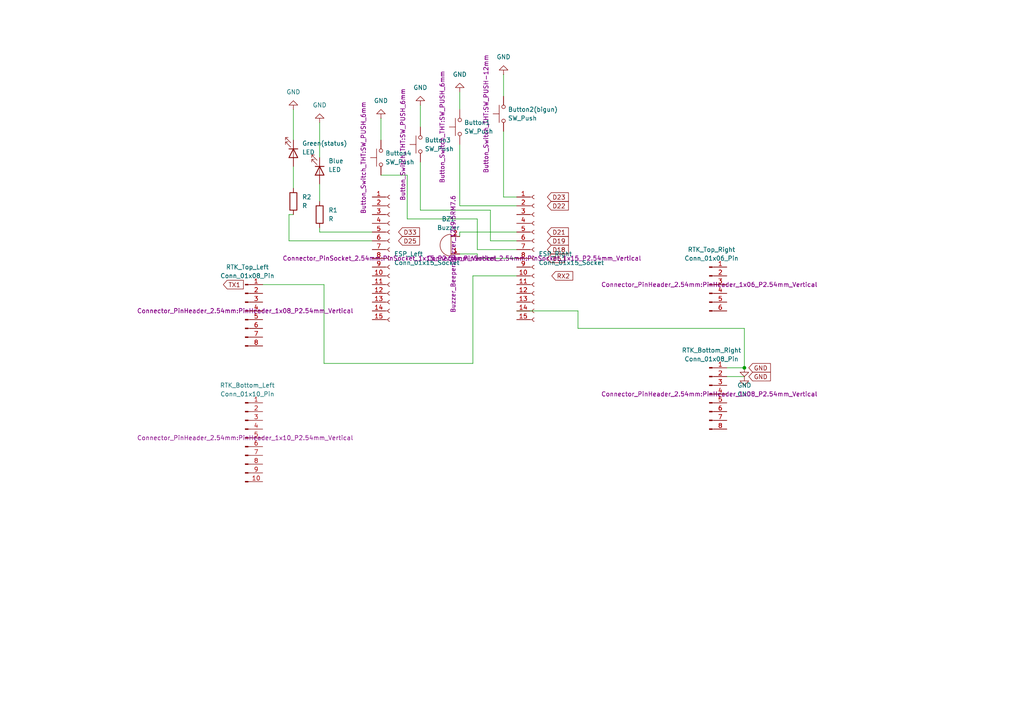
<source format=kicad_sch>
(kicad_sch (version 20250114) (generator "eeschema") (generator_version "9.0")
  (paper "A4")
  (lib_symbols
    (symbol "Conn_01x08_Pin_1" (pin_names (offset 1.016) (hide yes))
      (property "Reference" "RTK_Top_Left" (at 0.635 12.7 0))
      (property "Value" "Conn_01x08_Pin" (at 0.635 10.16 0))
      (symbol "Conn_01x08_Pin_1_1_1"
        (rectangle (start 0.8636 7.747) (end 0 7.493) (stroke (width 0.1524)) (fill (type outline)))
        (rectangle (start 0.8636 5.207) (end 0 4.953) (stroke (width 0.1524)) (fill (type outline)))
        (rectangle (start 0.8636 2.667) (end 0 2.413) (stroke (width 0.1524)) (fill (type outline)))
        (rectangle (start 0.8636 0.127) (end 0 -0.127) (stroke (width 0.1524)) (fill (type outline)))
        (rectangle (start 0.8636 -2.413) (end 0 -2.667) (stroke (width 0.1524)) (fill (type outline)))
        (rectangle (start 0.8636 -4.953) (end 0 -5.207) (stroke (width 0.1524)) (fill (type outline)))
        (rectangle (start 0.8636 -7.493) (end 0 -7.747) (stroke (width 0.1524)) (fill (type outline)))
        (rectangle (start 0.8636 -10.033) (end 0 -10.287) (stroke (width 0.1524)) (fill (type outline)))
        (polyline (pts (xy 1.27 7.62) (xy 0.8636 7.62)) (stroke (width 0.1524)))
        (polyline (pts (xy 1.27 5.08) (xy 0.8636 5.08)) (stroke (width 0.1524)))
        (polyline (pts (xy 1.27 2.54) (xy 0.8636 2.54)) (stroke (width 0.1524)))
        (polyline (pts (xy 1.27 0) (xy 0.8636 0)) (stroke (width 0.1524)))
        (polyline (pts (xy 1.27 -2.54) (xy 0.8636 -2.54)) (stroke (width 0.1524)))
        (polyline (pts (xy 1.27 -5.08) (xy 0.8636 -5.08)) (stroke (width 0.1524)))
        (polyline (pts (xy 1.27 -7.62) (xy 0.8636 -7.62)) (stroke (width 0.1524)))
        (polyline (pts (xy 1.27 -10.16) (xy 0.8636 -10.16)) (stroke (width 0.1524)))
        (pin passive line (at 5.08 7.62 180) (length 3.81) (name "TX1") (number "1"))
        (pin passive line (at 5.08 5.08 180) (length 3.81) (name "Pin_2") (number "2"))
        (pin passive line (at 5.08 2.54 180) (length 3.81) (name "Pin_3") (number "3"))
        (pin passive line (at 5.08 0 180) (length 3.81) (name "Pin_4") (number "4"))
        (pin passive line (at 5.08 -2.54 180) (length 3.81) (name "Pin_5") (number "5"))
        (pin passive line (at 5.08 -5.08 180) (length 3.81) (name "Pin_6") (number "6"))
        (pin passive line (at 5.08 -7.62 180) (length 3.81) (name "Pin_7") (number "7"))
        (pin passive line (at 5.08 -10.16 180) (length 3.81) (name "Pin_8") (number "8"))
      )
    )
    (symbol "Connector:Conn_01x06_Pin" (pin_names (offset 1.016) (hide yes))
      (property "Reference" "J" (at 0 7.62 0))
      (property "Value" "Conn_01x06_Pin" (at 0 -10.16 0))
      (symbol "Conn_01x06_Pin_1_1"
        (rectangle (start 0.8636 5.207) (end 0 4.953) (stroke (width 0.1524)) (fill (type outline)))
        (rectangle (start 0.8636 2.667) (end 0 2.413) (stroke (width 0.1524)) (fill (type outline)))
        (rectangle (start 0.8636 0.127) (end 0 -0.127) (stroke (width 0.1524)) (fill (type outline)))
        (rectangle (start 0.8636 -2.413) (end 0 -2.667) (stroke (width 0.1524)) (fill (type outline)))
        (rectangle (start 0.8636 -4.953) (end 0 -5.207) (stroke (width 0.1524)) (fill (type outline)))
        (rectangle (start 0.8636 -7.493) (end 0 -7.747) (stroke (width 0.1524)) (fill (type outline)))
        (polyline (pts (xy 1.27 5.08) (xy 0.8636 5.08)) (stroke (width 0.1524)))
        (polyline (pts (xy 1.27 2.54) (xy 0.8636 2.54)) (stroke (width 0.1524)))
        (polyline (pts (xy 1.27 0) (xy 0.8636 0)) (stroke (width 0.1524)))
        (polyline (pts (xy 1.27 -2.54) (xy 0.8636 -2.54)) (stroke (width 0.1524)))
        (polyline (pts (xy 1.27 -5.08) (xy 0.8636 -5.08)) (stroke (width 0.1524)))
        (polyline (pts (xy 1.27 -7.62) (xy 0.8636 -7.62)) (stroke (width 0.1524)))
        (pin passive line (at 5.08 5.08 180) (length 3.81) (name "Pin_1") (number "1"))
        (pin passive line (at 5.08 2.54 180) (length 3.81) (name "Pin_2") (number "2"))
        (pin passive line (at 5.08 0 180) (length 3.81) (name "Pin_3") (number "3"))
        (pin passive line (at 5.08 -2.54 180) (length 3.81) (name "Pin_4") (number "4"))
        (pin passive line (at 5.08 -5.08 180) (length 3.81) (name "Pin_5") (number "5"))
        (pin passive line (at 5.08 -7.62 180) (length 3.81) (name "Pin_6") (number "6"))
      )
    )
    (symbol "Connector:Conn_01x08_Pin" (pin_names (offset 1.016) (hide yes))
      (property "Reference" "J" (at 0 10.16 0))
      (property "Value" "Conn_01x08_Pin" (at 0 -12.7 0))
      (symbol "Conn_01x08_Pin_1_1"
        (rectangle (start 0.8636 7.747) (end 0 7.493) (stroke (width 0.1524)) (fill (type outline)))
        (rectangle (start 0.8636 5.207) (end 0 4.953) (stroke (width 0.1524)) (fill (type outline)))
        (rectangle (start 0.8636 2.667) (end 0 2.413) (stroke (width 0.1524)) (fill (type outline)))
        (rectangle (start 0.8636 0.127) (end 0 -0.127) (stroke (width 0.1524)) (fill (type outline)))
        (rectangle (start 0.8636 -2.413) (end 0 -2.667) (stroke (width 0.1524)) (fill (type outline)))
        (rectangle (start 0.8636 -4.953) (end 0 -5.207) (stroke (width 0.1524)) (fill (type outline)))
        (rectangle (start 0.8636 -7.493) (end 0 -7.747) (stroke (width 0.1524)) (fill (type outline)))
        (rectangle (start 0.8636 -10.033) (end 0 -10.287) (stroke (width 0.1524)) (fill (type outline)))
        (polyline (pts (xy 1.27 7.62) (xy 0.8636 7.62)) (stroke (width 0.1524)))
        (polyline (pts (xy 1.27 5.08) (xy 0.8636 5.08)) (stroke (width 0.1524)))
        (polyline (pts (xy 1.27 2.54) (xy 0.8636 2.54)) (stroke (width 0.1524)))
        (polyline (pts (xy 1.27 0) (xy 0.8636 0)) (stroke (width 0.1524)))
        (polyline (pts (xy 1.27 -2.54) (xy 0.8636 -2.54)) (stroke (width 0.1524)))
        (polyline (pts (xy 1.27 -5.08) (xy 0.8636 -5.08)) (stroke (width 0.1524)))
        (polyline (pts (xy 1.27 -7.62) (xy 0.8636 -7.62)) (stroke (width 0.1524)))
        (polyline (pts (xy 1.27 -10.16) (xy 0.8636 -10.16)) (stroke (width 0.1524)))
        (pin passive line (at 5.08 7.62 180) (length 3.81) (name "Pin_1") (number "1"))
        (pin passive line (at 5.08 5.08 180) (length 3.81) (name "Pin_2") (number "2"))
        (pin passive line (at 5.08 2.54 180) (length 3.81) (name "Pin_3") (number "3"))
        (pin passive line (at 5.08 0 180) (length 3.81) (name "Pin_4") (number "4"))
        (pin passive line (at 5.08 -2.54 180) (length 3.81) (name "Pin_5") (number "5"))
        (pin passive line (at 5.08 -5.08 180) (length 3.81) (name "Pin_6") (number "6"))
        (pin passive line (at 5.08 -7.62 180) (length 3.81) (name "Pin_7") (number "7"))
        (pin passive line (at 5.08 -10.16 180) (length 3.81) (name "Pin_8") (number "8"))
      )
    )
    (symbol "Connector:Conn_01x10_Pin" (pin_names (offset 1.016) (hide yes))
      (property "Reference" "J" (at 0 12.7 0))
      (property "Value" "Conn_01x10_Pin" (at 0 -15.24 0))
      (symbol "Conn_01x10_Pin_1_1"
        (rectangle (start 0.8636 10.287) (end 0 10.033) (stroke (width 0.1524)) (fill (type outline)))
        (rectangle (start 0.8636 7.747) (end 0 7.493) (stroke (width 0.1524)) (fill (type outline)))
        (rectangle (start 0.8636 5.207) (end 0 4.953) (stroke (width 0.1524)) (fill (type outline)))
        (rectangle (start 0.8636 2.667) (end 0 2.413) (stroke (width 0.1524)) (fill (type outline)))
        (rectangle (start 0.8636 0.127) (end 0 -0.127) (stroke (width 0.1524)) (fill (type outline)))
        (rectangle (start 0.8636 -2.413) (end 0 -2.667) (stroke (width 0.1524)) (fill (type outline)))
        (rectangle (start 0.8636 -4.953) (end 0 -5.207) (stroke (width 0.1524)) (fill (type outline)))
        (rectangle (start 0.8636 -7.493) (end 0 -7.747) (stroke (width 0.1524)) (fill (type outline)))
        (rectangle (start 0.8636 -10.033) (end 0 -10.287) (stroke (width 0.1524)) (fill (type outline)))
        (rectangle (start 0.8636 -12.573) (end 0 -12.827) (stroke (width 0.1524)) (fill (type outline)))
        (polyline (pts (xy 1.27 10.16) (xy 0.8636 10.16)) (stroke (width 0.1524)))
        (polyline (pts (xy 1.27 7.62) (xy 0.8636 7.62)) (stroke (width 0.1524)))
        (polyline (pts (xy 1.27 5.08) (xy 0.8636 5.08)) (stroke (width 0.1524)))
        (polyline (pts (xy 1.27 2.54) (xy 0.8636 2.54)) (stroke (width 0.1524)))
        (polyline (pts (xy 1.27 0) (xy 0.8636 0)) (stroke (width 0.1524)))
        (polyline (pts (xy 1.27 -2.54) (xy 0.8636 -2.54)) (stroke (width 0.1524)))
        (polyline (pts (xy 1.27 -5.08) (xy 0.8636 -5.08)) (stroke (width 0.1524)))
        (polyline (pts (xy 1.27 -7.62) (xy 0.8636 -7.62)) (stroke (width 0.1524)))
        (polyline (pts (xy 1.27 -10.16) (xy 0.8636 -10.16)) (stroke (width 0.1524)))
        (polyline (pts (xy 1.27 -12.7) (xy 0.8636 -12.7)) (stroke (width 0.1524)))
        (pin passive line (at 5.08 10.16 180) (length 3.81) (name "Pin_1") (number "1"))
        (pin passive line (at 5.08 7.62 180) (length 3.81) (name "Pin_2") (number "2"))
        (pin passive line (at 5.08 5.08 180) (length 3.81) (name "Pin_3") (number "3"))
        (pin passive line (at 5.08 2.54 180) (length 3.81) (name "Pin_4") (number "4"))
        (pin passive line (at 5.08 0 180) (length 3.81) (name "Pin_5") (number "5"))
        (pin passive line (at 5.08 -2.54 180) (length 3.81) (name "Pin_6") (number "6"))
        (pin passive line (at 5.08 -5.08 180) (length 3.81) (name "Pin_7") (number "7"))
        (pin passive line (at 5.08 -7.62 180) (length 3.81) (name "Pin_8") (number "8"))
        (pin passive line (at 5.08 -10.16 180) (length 3.81) (name "Pin_9") (number "9"))
        (pin passive line (at 5.08 -12.7 180) (length 3.81) (name "Pin_10") (number "10"))
      )
    )
    (symbol "Connector:Conn_01x15_Socket" (pin_names (offset 1.016) (hide yes))
      (property "Reference" "J" (at 0 20.32 0))
      (property "Value" "Conn_01x15_Socket" (at 0 -20.32 0))
      (symbol "Conn_01x15_Socket_1_1"
        (polyline (pts (xy -1.27 17.78) (xy -0.508 17.78)) (stroke (width 0.1524)))
        (polyline (pts (xy -1.27 15.24) (xy -0.508 15.24)) (stroke (width 0.1524)))
        (polyline (pts (xy -1.27 12.7) (xy -0.508 12.7)) (stroke (width 0.1524)))
        (polyline (pts (xy -1.27 10.16) (xy -0.508 10.16)) (stroke (width 0.1524)))
        (polyline (pts (xy -1.27 7.62) (xy -0.508 7.62)) (stroke (width 0.1524)))
        (polyline (pts (xy -1.27 5.08) (xy -0.508 5.08)) (stroke (width 0.1524)))
        (polyline (pts (xy -1.27 2.54) (xy -0.508 2.54)) (stroke (width 0.1524)))
        (polyline (pts (xy -1.27 0) (xy -0.508 0)) (stroke (width 0.1524)))
        (polyline (pts (xy -1.27 -2.54) (xy -0.508 -2.54)) (stroke (width 0.1524)))
        (polyline (pts (xy -1.27 -5.08) (xy -0.508 -5.08)) (stroke (width 0.1524)))
        (polyline (pts (xy -1.27 -7.62) (xy -0.508 -7.62)) (stroke (width 0.1524)))
        (polyline (pts (xy -1.27 -10.16) (xy -0.508 -10.16)) (stroke (width 0.1524)))
        (polyline (pts (xy -1.27 -12.7) (xy -0.508 -12.7)) (stroke (width 0.1524)))
        (polyline (pts (xy -1.27 -15.24) (xy -0.508 -15.24)) (stroke (width 0.1524)))
        (polyline (pts (xy -1.27 -17.78) (xy -0.508 -17.78)) (stroke (width 0.1524)))
        (arc (start 0 17.272) (mid -0.5058 17.78) (end 0 18.288) (stroke (width 0.1524)))
        (arc (start 0 14.732) (mid -0.5058 15.24) (end 0 15.748) (stroke (width 0.1524)))
        (arc (start 0 12.192) (mid -0.5058 12.7) (end 0 13.208) (stroke (width 0.1524)))
        (arc (start 0 9.652) (mid -0.5058 10.16) (end 0 10.668) (stroke (width 0.1524)))
        (arc (start 0 7.112) (mid -0.5058 7.62) (end 0 8.128) (stroke (width 0.1524)))
        (arc (start 0 4.572) (mid -0.5058 5.08) (end 0 5.588) (stroke (width 0.1524)))
        (arc (start 0 2.032) (mid -0.5058 2.54) (end 0 3.048) (stroke (width 0.1524)))
        (arc (start 0 -0.508) (mid -0.5058 0) (end 0 0.508) (stroke (width 0.1524)))
        (arc (start 0 -3.048) (mid -0.5058 -2.54) (end 0 -2.032) (stroke (width 0.1524)))
        (arc (start 0 -5.588) (mid -0.5058 -5.08) (end 0 -4.572) (stroke (width 0.1524)))
        (arc (start 0 -8.128) (mid -0.5058 -7.62) (end 0 -7.112) (stroke (width 0.1524)))
        (arc (start 0 -10.668) (mid -0.5058 -10.16) (end 0 -9.652) (stroke (width 0.1524)))
        (arc (start 0 -13.208) (mid -0.5058 -12.7) (end 0 -12.192) (stroke (width 0.1524)))
        (arc (start 0 -15.748) (mid -0.5058 -15.24) (end 0 -14.732) (stroke (width 0.1524)))
        (arc (start 0 -18.288) (mid -0.5058 -17.78) (end 0 -17.272) (stroke (width 0.1524)))
        (pin passive line (at -5.08 17.78 0) (length 3.81) (name "Pin_1") (number "1"))
        (pin passive line (at -5.08 15.24 0) (length 3.81) (name "Pin_2") (number "2"))
        (pin passive line (at -5.08 12.7 0) (length 3.81) (name "Pin_3") (number "3"))
        (pin passive line (at -5.08 10.16 0) (length 3.81) (name "Pin_4") (number "4"))
        (pin passive line (at -5.08 7.62 0) (length 3.81) (name "Pin_5") (number "5"))
        (pin passive line (at -5.08 5.08 0) (length 3.81) (name "Pin_6") (number "6"))
        (pin passive line (at -5.08 2.54 0) (length 3.81) (name "Pin_7") (number "7"))
        (pin passive line (at -5.08 0 0) (length 3.81) (name "Pin_8") (number "8"))
        (pin passive line (at -5.08 -2.54 0) (length 3.81) (name "Pin_9") (number "9"))
        (pin passive line (at -5.08 -5.08 0) (length 3.81) (name "Pin_10") (number "10"))
        (pin passive line (at -5.08 -7.62 0) (length 3.81) (name "Pin_11") (number "11"))
        (pin passive line (at -5.08 -10.16 0) (length 3.81) (name "Pin_12") (number "12"))
        (pin passive line (at -5.08 -12.7 0) (length 3.81) (name "Pin_13") (number "13"))
        (pin passive line (at -5.08 -15.24 0) (length 3.81) (name "Pin_14") (number "14"))
        (pin passive line (at -5.08 -17.78 0) (length 3.81) (name "Pin_15") (number "15"))
      )
    )
    (symbol "Device:Buzzer" (pin_names (offset 0.0254) (hide yes))
      (property "Reference" "BZ" (at 3.81 1.27 0))
      (property "Value" "Buzzer" (at 3.81 -1.27 0))
      (symbol "Buzzer_0_1"
        (polyline (pts (xy -1.651 1.905) (xy -1.143 1.905)))
        (polyline (pts (xy -1.397 2.159) (xy -1.397 1.651)))
        (arc (start 0 3.175) (mid 3.1612 0) (end 0 -3.175))
        (polyline (pts (xy 0 3.175) (xy 0 -3.175)))
      )
      (symbol "Buzzer_1_1"
        (pin passive line (at -2.54 2.54 0) (length 2.54) (name "+") (number "1"))
        (pin passive line (at -2.54 -2.54 0) (length 2.54) (name "-") (number "2"))
      )
    )
    (symbol "Device:LED" (pin_numbers (hide yes)) (pin_names (offset 1.016) (hide yes))
      (property "Reference" "D" (at 0 2.54 0))
      (property "Value" "LED" (at 0 -2.54 0))
      (symbol "LED_0_1"
        (polyline (pts (xy -3.048 -0.762) (xy -4.572 -2.286) (xy -3.81 -2.286) (xy -4.572 -2.286) (xy -4.572 -1.524)))
        (polyline (pts (xy -1.778 -0.762) (xy -3.302 -2.286) (xy -2.54 -2.286) (xy -3.302 -2.286) (xy -3.302 -1.524)))
        (polyline (pts (xy -1.27 0) (xy 1.27 0)))
        (polyline (pts (xy -1.27 -1.27) (xy -1.27 1.27)) (stroke (width 0.254)))
        (polyline (pts (xy 1.27 -1.27) (xy 1.27 1.27) (xy -1.27 0) (xy 1.27 -1.27)) (stroke (width 0.254)))
      )
      (symbol "LED_1_1"
        (pin passive line (at -3.81 0 0) (length 2.54) (name "K") (number "1"))
        (pin passive line (at 3.81 0 180) (length 2.54) (name "A") (number "2"))
      )
    )
    (symbol "Device:R" (pin_numbers (hide yes)) (pin_names (offset 0))
      (property "Reference" "R" (at 2.032 0 90))
      (property "Value" "R" (at 0 0 90))
      (symbol "R_0_1"
        (rectangle (start -1.016 -2.54) (end 1.016 2.54) (stroke (width 0.254)))
      )
      (symbol "R_1_1"
        (pin passive line (at 0 3.81 270) (length 1.27) (name "~") (number "1"))
        (pin passive line (at 0 -3.81 90) (length 1.27) (name "~") (number "2"))
      )
    )
    (symbol "Switch:SW_Push" (pin_numbers (hide yes)) (pin_names (offset 1.016) (hide yes))
      (property "Reference" "SW" (at 1.27 2.54 0))
      (property "Value" "SW_Push" (at 0 -1.524 0))
      (symbol "SW_Push_0_1"
        (circle (center -2.032 0) (radius 0.508))
        (polyline (pts (xy 0 1.27) (xy 0 3.048)))
        (circle (center 2.032 0) (radius 0.508))
        (polyline (pts (xy 2.54 1.27) (xy -2.54 1.27)))
        (pin passive line (at -5.08 0 0) (length 2.54) (name "1") (number "1"))
        (pin passive line (at 5.08 0 180) (length 2.54) (name "2") (number "2"))
      )
    )
    (symbol "power:GND" (power) (pin_numbers (hide yes)) (pin_names (offset 0) (hide yes))
      (property "Value" "GND" (at 0 -3.81 0))
      (symbol "GND_0_1"
        (polyline (pts (xy 0 0) (xy 0 -1.27) (xy 1.27 -1.27) (xy 0 -2.54) (xy -1.27 -1.27) (xy 0 -1.27)))
      )
      (symbol "GND_1_1"
        (pin power_in line (at 0 0 270) (length 0) (name "~") (number "1"))
      )
    )
  )
  (junction (at 215.9 106.68))
  (wire (pts (xy 76.2 82.55) (xy 93.98 82.55)))
  (wire (pts (xy 215.9 106.68) (xy 215.9 95.25)))
  (wire (pts (xy 83.82 62.23) (xy 85.09 62.23)))
  (wire (pts (xy 133.35 67.31) (xy 133.35 68.58)))
  (wire (pts (xy 142.24 69.85) (xy 142.24 60.96)))
  (wire (pts (xy 149.86 67.31) (xy 133.35 67.31)))
  (wire (pts (xy 85.09 48.26) (xy 85.09 54.61)))
  (wire (pts (xy 138.43 73.66) (xy 133.35 73.66)))
  (wire (pts (xy 92.71 66.04) (xy 92.71 67.31)))
  (wire (pts (xy 142.24 60.96) (xy 121.92 60.96)))
  (wire (pts (xy 137.16 80.01) (xy 149.86 80.01)))
  (wire (pts (xy 149.86 59.69) (xy 133.35 59.69)))
  (wire (pts (xy 118.11 63.5) (xy 118.11 50.8)))
  (wire (pts (xy 146.05 21.59) (xy 146.05 27.94)))
  (wire (pts (xy 121.92 30.48) (xy 121.92 36.83)))
  (wire (pts (xy 138.43 63.5) (xy 118.11 63.5)))
  (wire (pts (xy 83.82 69.85) (xy 83.82 62.23)))
  (wire (pts (xy 92.71 35.56) (xy 92.71 45.72)))
  (wire (pts (xy 137.16 105.41) (xy 137.16 80.01)))
  (wire (pts (xy 149.86 72.39) (xy 138.43 72.39)))
  (wire (pts (xy 110.49 50.8) (xy 118.11 50.8)))
  (wire (pts (xy 138.43 72.39) (xy 138.43 63.5)))
  (wire (pts (xy 93.98 105.41) (xy 137.16 105.41)))
  (wire (pts (xy 149.86 74.93) (xy 138.43 74.93)))
  (wire (pts (xy 121.92 60.96) (xy 121.92 46.99)))
  (wire (pts (xy 146.05 38.1) (xy 146.05 57.15)))
  (wire (pts (xy 149.86 69.85) (xy 142.24 69.85)))
  (wire (pts (xy 92.71 53.34) (xy 92.71 58.42)))
  (wire (pts (xy 133.35 41.91) (xy 133.35 59.69)))
  (wire (pts (xy 215.9 95.25) (xy 167.64 95.25)))
  (wire (pts (xy 107.95 69.85) (xy 83.82 69.85)))
  (wire (pts (xy 146.05 57.15) (xy 149.86 57.15)))
  (wire (pts (xy 167.64 95.25) (xy 167.64 90.17)))
  (wire (pts (xy 167.64 90.17) (xy 149.86 90.17)))
  (wire (pts (xy 210.82 109.22) (xy 215.9 109.22)))
  (wire (pts (xy 93.98 82.55) (xy 93.98 105.41)))
  (wire (pts (xy 107.95 67.31) (xy 92.71 67.31)))
  (wire (pts (xy 133.35 26.67) (xy 133.35 31.75)))
  (wire (pts (xy 210.82 106.68) (xy 215.9 106.68)))
  (wire (pts (xy 110.49 34.29) (xy 110.49 40.64)))
  (wire (pts (xy 85.09 31.75) (xy 85.09 40.64)))
  (wire (pts (xy 138.43 74.93) (xy 138.43 73.66)))
  (global_label "GND" (shape input) (at 217.17 109.22 0) (property "Intersheetrefs" "${INTERSHEET_REFS}" (effects (hide yes))))
  (global_label "D18" (shape input) (at 158.75 72.39 0) (property "Intersheetrefs" "${INTERSHEET_REFS}" (effects (hide yes))))
  (global_label "D5" (shape input) (at 158.75 74.93 0) (property "Intersheetrefs" "${INTERSHEET_REFS}" (effects (hide yes))))
  (global_label "TX1" (shape input) (at 64.77 82.55 0) (property "Intersheetrefs" "${INTERSHEET_REFS}" (effects (hide yes))))
  (global_label "D33" (shape input) (at 115.57 67.31 0) (property "Intersheetrefs" "${INTERSHEET_REFS}" (effects (hide yes))))
  (global_label "D22" (shape input) (at 158.75 59.69 0) (property "Intersheetrefs" "${INTERSHEET_REFS}" (effects (hide yes))))
  (global_label "D21" (shape input) (at 158.75 67.31 0) (property "Intersheetrefs" "${INTERSHEET_REFS}" (effects (hide yes))))
  (global_label "D19" (shape input) (at 158.75 69.85 0) (property "Intersheetrefs" "${INTERSHEET_REFS}" (effects (hide yes))))
  (global_label "GND" (shape input) (at 217.17 106.68 0) (property "Intersheetrefs" "${INTERSHEET_REFS}" (effects (hide yes))))
  (global_label "D23" (shape input) (at 158.75 57.15 0) (property "Intersheetrefs" "${INTERSHEET_REFS}" (effects (hide yes))))
  (global_label "RX2" (shape input) (at 160.02 80.01 0) (property "Intersheetrefs" "${INTERSHEET_REFS}" (effects (hide yes))))
  (global_label "D25" (shape input) (at 115.57 69.85 0) (property "Intersheetrefs" "${INTERSHEET_REFS}" (effects (hide yes))))
  (symbol (lib_id "Connector:Conn_01x06_Pin") (at 205.74 82.55 0) (unit 1)
    (property "Reference" "RTK_Top_Right" (at 206.375 72.39 0))
    (property "Value" "Conn_01x06_Pin" (at 206.375 74.93 0))
    (property "Footprint" "Connector_PinHeader_2.54mm:PinHeader_1x06_P2.54mm_Vertical" (at 205.74 82.55 0))
    (property "Description" "Generic connector, single row, 01x06, script generated" (effects (hide yes)))
  )
  (symbol (lib_id "Device:LED") (at 92.71 49.53 270) (unit 1)
    (property "Reference" "Blue" (at 95.25 46.6724 90) (effects (justify left)))
    (property "Value" "LED" (at 95.25 49.2124 90) (effects (justify left)))
    (property "Footprint" "LED_SMD:LED_0603_1608Metric" (effects (hide yes)))
    (property "Description" "Light emitting diode" (effects (hide yes)))
    (property "Sim.Pins" "1=K 2=A" (effects (hide yes)))
  )
  (symbol (lib_id "Device:LED") (at 85.09 44.45 270) (unit 1)
    (property "Reference" "Green(status)" (at 87.63 41.5924 90) (effects (justify left)))
    (property "Value" "LED" (at 87.63 44.1324 90) (effects (justify left)))
    (property "Footprint" "LED_SMD:LED_0603_1608Metric" (effects (hide yes)))
    (property "Description" "Light emitting diode" (effects (hide yes)))
    (property "Sim.Pins" "1=K 2=A" (effects (hide yes)))
  )
  (symbol (lib_id "Device:R") (at 92.71 62.23 180) (unit 1)
    (property "Reference" "R1" (at 95.25 60.9599 0) (effects (justify right)))
    (property "Value" "R" (at 95.25 63.4999 0) (effects (justify right)))
    (property "Footprint" "Resistor_THT:R_Axial_DIN0207_L6.3mm_D2.5mm_P10.16mm_Horizontal" (effects (hide yes)))
    (property "Description" "Resistor" (effects (hide yes)))
  )
  (symbol (lib_id "power:GND") (at 110.49 34.29 180) (unit 1)
    (property "Reference" "#PWR08" (effects (hide yes)))
    (property "Value" "GND" (at 110.49 29.21 0))
    (property "Description" "Power symbol creates a global label with name \"GND\" , ground" (effects (hide yes)))
  )
  (symbol (lib_id "Connector:Conn_01x15_Socket") (at 154.94 74.93 0) (unit 1)
    (property "Reference" "ESP_Right" (at 156.21 73.6599 0) (effects (justify left)))
    (property "Value" "Conn_01x15_Socket" (at 156.21 76.1999 0) (effects (justify left)))
    (property "Footprint" "Connector_PinSocket_2.54mm:PinSocket_1x15_P2.54mm_Vertical" (at 154.94 74.93 0))
    (property "Description" "Generic connector, single row, 01x15, script generated" (effects (hide yes)))
  )
  (symbol (lib_id "power:GND") (at 85.09 31.75 180) (unit 1)
    (property "Reference" "#PWR04" (effects (hide yes)))
    (property "Value" "GND" (at 85.09 26.67 0))
    (property "Description" "Power symbol creates a global label with name \"GND\" , ground" (effects (hide yes)))
  )
  (symbol (lib_id "Switch:SW_Push") (at 133.35 36.83 90) (unit 1)
    (property "Reference" "Button1" (at 134.62 35.5599 90) (effects (justify right)))
    (property "Value" "SW_Push" (at 134.62 38.0999 90) (effects (justify right)))
    (property "Footprint" "Button_Switch_THT:SW_PUSH_6mm" (at 128.27 36.83 0))
    (property "Description" "Push button switch, generic, two pins" (effects (hide yes)))
  )
  (symbol (lib_id "power:GND") (at 133.35 26.67 180) (unit 1)
    (property "Reference" "#PWR06" (effects (hide yes)))
    (property "Value" "GND" (at 133.35 21.59 0))
    (property "Description" "Power symbol creates a global label with name \"GND\" , ground" (effects (hide yes)))
  )
  (symbol (lib_id "power:GND") (at 121.92 30.48 180) (unit 1)
    (property "Reference" "#PWR07" (effects (hide yes)))
    (property "Value" "GND" (at 121.92 25.4 0))
    (property "Description" "Power symbol creates a global label with name \"GND\" , ground" (effects (hide yes)))
  )
  (symbol (lib_id "Connector:Conn_01x10_Pin") (at 71.12 127 0) (unit 1)
    (property "Reference" "RTK_Bottom_Left" (at 71.755 111.76 0))
    (property "Value" "Conn_01x10_Pin" (at 71.755 114.3 0))
    (property "Footprint" "Connector_PinHeader_2.54mm:PinHeader_1x10_P2.54mm_Vertical" (at 71.12 127 0))
    (property "Description" "Generic connector, single row, 01x10, script generated" (effects (hide yes)))
  )
  (symbol (lib_id "Connector:Conn_01x15_Socket") (at 113.03 74.93 0) (unit 1)
    (property "Reference" "ESP_Left" (at 114.3 73.6599 0) (effects (justify left)))
    (property "Value" "Conn_01x15_Socket" (at 114.3 76.1999 0) (effects (justify left)))
    (property "Footprint" "Connector_PinSocket_2.54mm:PinSocket_1x15_P2.54mm_Vertical" (at 113.03 74.93 0))
    (property "Description" "Generic connector, single row, 01x15, script generated" (effects (hide yes)))
  )
  (symbol (lib_id "Switch:SW_Push") (at 146.05 33.02 90) (unit 1)
    (property "Reference" "Button2(bigun)" (at 147.32 31.7499 90) (effects (justify right)))
    (property "Value" "SW_Push" (at 147.32 34.2899 90) (effects (justify right)))
    (property "Footprint" "Button_Switch_THT:SW_PUSH-12mm" (at 140.97 33.02 0))
    (property "Description" "Push button switch, generic, two pins" (effects (hide yes)))
  )
  (symbol (lib_id "power:GND") (at 215.9 106.68 0) (unit 1)
    (property "Reference" "#PWR01" (effects (hide yes)))
    (property "Value" "GND" (at 215.9 111.76 0))
    (property "Description" "Power symbol creates a global label with name \"GND\" , ground" (effects (hide yes)))
  )
  (symbol (lib_id "Device:Buzzer") (at 130.81 71.12 180) (unit 1)
    (property "Reference" "BZ1" (at 130.0549 63.5 0))
    (property "Value" "Buzzer" (at 130.0549 66.04 0))
    (property "Footprint" "Buzzer_Beeper:Buzzer_12x9.5RM7.6" (at 131.445 73.66 90))
    (property "Description" "Buzzer, polarized" (effects (hide yes)))
  )
  (symbol (lib_id "power:GND") (at 146.05 21.59 180) (unit 1)
    (property "Reference" "#PWR05" (effects (hide yes)))
    (property "Value" "GND" (at 146.05 16.51 0))
    (property "Description" "Power symbol creates a global label with name \"GND\" , ground" (effects (hide yes)))
  )
  (symbol (lib_name "Conn_01x08_Pin_1") (lib_id "Connector:Conn_01x08_Pin") (at 71.12 90.17 0) (unit 1)
    (property "Reference" "RTK_Top_Left" (at 71.755 77.47 0))
    (property "Value" "Conn_01x08_Pin" (at 71.755 80.01 0))
    (property "Footprint" "Connector_PinHeader_2.54mm:PinHeader_1x08_P2.54mm_Vertical" (at 71.12 90.17 0))
    (property "Description" "Generic connector, single row, 01x08, script generated" (effects (hide yes)))
  )
  (symbol (lib_id "Switch:SW_Push") (at 110.49 45.72 90) (unit 1)
    (property "Reference" "Button4" (at 111.76 44.4499 90) (effects (justify right)))
    (property "Value" "SW_Push" (at 111.76 46.9899 90) (effects (justify right)))
    (property "Footprint" "Button_Switch_THT:SW_PUSH_6mm" (at 105.41 45.72 0))
    (property "Description" "Push button switch, generic, two pins" (effects (hide yes)))
  )
  (symbol (lib_id "power:GND") (at 215.9 109.22 0) (unit 1)
    (property "Reference" "#PWR02" (effects (hide yes)))
    (property "Value" "GND" (at 215.9 114.3 0))
    (property "Description" "Power symbol creates a global label with name \"GND\" , ground" (effects (hide yes)))
  )
  (symbol (lib_id "Switch:SW_Push") (at 121.92 41.91 90) (unit 1)
    (property "Reference" "Button3" (at 123.19 40.6399 90) (effects (justify right)))
    (property "Value" "SW_Push" (at 123.19 43.1799 90) (effects (justify right)))
    (property "Footprint" "Button_Switch_THT:SW_PUSH_6mm" (at 116.84 41.91 0))
    (property "Description" "Push button switch, generic, two pins" (effects (hide yes)))
  )
  (symbol (lib_id "power:GND") (at 92.71 35.56 180) (unit 1)
    (property "Reference" "#PWR03" (effects (hide yes)))
    (property "Value" "GND" (at 92.71 30.48 0))
    (property "Description" "Power symbol creates a global label with name \"GND\" , ground" (effects (hide yes)))
  )
  (symbol (lib_id "Device:R") (at 85.09 58.42 180) (unit 1)
    (property "Reference" "R2" (at 87.63 57.1499 0) (effects (justify right)))
    (property "Value" "R" (at 87.63 59.6899 0) (effects (justify right)))
    (property "Footprint" "Resistor_THT:R_Axial_DIN0207_L6.3mm_D2.5mm_P10.16mm_Horizontal" (effects (hide yes)))
    (property "Description" "Resistor" (effects (hide yes)))
  )
  (symbol (lib_id "Connector:Conn_01x08_Pin") (at 205.74 114.3 0) (unit 1)
    (property "Reference" "RTK_Bottom_Right" (at 206.375 101.6 0))
    (property "Value" "Conn_01x08_Pin" (at 206.375 104.14 0))
    (property "Footprint" "Connector_PinHeader_2.54mm:PinHeader_1x08_P2.54mm_Vertical" (at 205.74 114.3 0))
    (property "Description" "Generic connector, single row, 01x08, script generated" (effects (hide yes)))
  )
)
</source>
